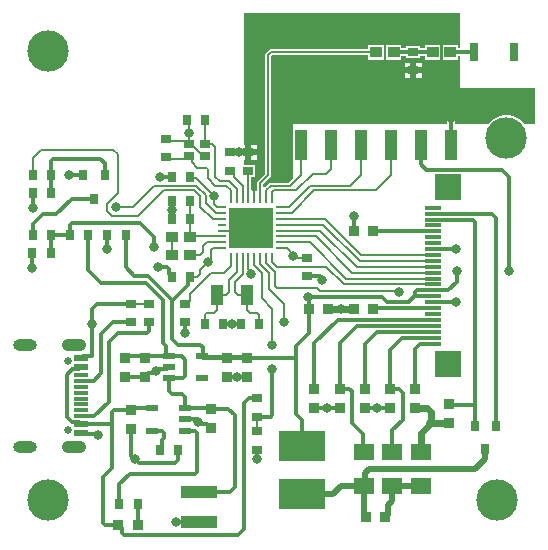
<source format=gtl>
G04*
G04 #@! TF.GenerationSoftware,Altium Limited,Altium Designer,22.6.1 (34)*
G04*
G04 Layer_Physical_Order=1*
G04 Layer_Color=255*
%FSLAX25Y25*%
%MOIN*%
G70*
G04*
G04 #@! TF.SameCoordinates,3CCE4902-C80F-44A4-85C5-196FD7956E2B*
G04*
G04*
G04 #@! TF.FilePolarity,Positive*
G04*
G01*
G75*
%ADD12C,0.00787*%
%ADD18R,0.02756X0.03543*%
%ADD19R,0.03543X0.02756*%
%ADD20R,0.03150X0.03543*%
%ADD21R,0.03937X0.09843*%
%ADD22R,0.03150X0.06299*%
%ADD23R,0.03937X0.03740*%
%ADD24R,0.04331X0.02362*%
%ADD25R,0.14961X0.13780*%
%ADD26O,0.02953X0.00984*%
%ADD27O,0.00984X0.02953*%
%ADD28R,0.03937X0.07087*%
%ADD29R,0.15748X0.09843*%
%ADD30R,0.03799X0.03543*%
%ADD31R,0.03543X0.03799*%
%ADD32R,0.03347X0.03740*%
%ADD33R,0.03347X0.02953*%
%ADD34R,0.04528X0.01181*%
%ADD35R,0.04528X0.02362*%
%ADD36R,0.12480X0.04016*%
%ADD37R,0.09055X0.09055*%
%ADD38R,0.05512X0.01181*%
%ADD39R,0.07087X0.05276*%
%ADD67C,0.01968*%
%ADD68C,0.01181*%
%ADD69C,0.01575*%
%ADD70C,0.02362*%
%ADD71C,0.13780*%
%ADD72C,0.02559*%
%ADD73O,0.08268X0.04134*%
%ADD74O,0.07874X0.03937*%
%ADD75C,0.03150*%
G36*
X62500Y75714D02*
X61901D01*
Y76970D01*
X56764D01*
Y72030D01*
X61901D01*
Y73286D01*
X62500D01*
Y62500D01*
X87670D01*
Y50500D01*
X84001D01*
X83818Y50774D01*
X82774Y51818D01*
X81548Y52637D01*
X80185Y53202D01*
X78738Y53490D01*
X77262D01*
X75815Y53202D01*
X74452Y52637D01*
X73226Y51818D01*
X72182Y50774D01*
X71999Y50500D01*
X60714D01*
Y52500D01*
X60622Y52965D01*
X60358Y53358D01*
X59965Y53622D01*
X59500Y53714D01*
X59035Y53622D01*
X58642Y53358D01*
X58378Y52965D01*
X58286Y52500D01*
Y50500D01*
X7000D01*
Y49021D01*
X6932D01*
Y37979D01*
X7000D01*
Y32433D01*
X5580Y31013D01*
X-500D01*
X-888Y30936D01*
X-1216Y30716D01*
X-2534Y29399D01*
X-3034Y29606D01*
Y30533D01*
X-784Y32784D01*
X-564Y33112D01*
X-487Y33500D01*
Y73080D01*
X-80Y73487D01*
X31979D01*
Y72030D01*
X37116D01*
Y76970D01*
X31979D01*
Y75513D01*
X-500D01*
X-888Y75436D01*
X-1216Y75216D01*
X-2216Y74216D01*
X-2436Y73888D01*
X-2513Y73500D01*
Y33920D01*
X-4764Y31669D01*
X-4983Y31341D01*
X-5060Y30953D01*
Y28559D01*
X-5560Y28245D01*
X-6016Y28336D01*
X-6471Y28245D01*
X-6971Y28559D01*
Y32912D01*
X-5628D01*
Y36868D01*
X-9500D01*
Y38551D01*
X-8984D01*
Y41110D01*
Y43669D01*
X-9500D01*
Y87670D01*
X62500D01*
Y75714D01*
D02*
G37*
%LPC*%
G36*
X55996Y76970D02*
X50859D01*
Y75714D01*
X49372D01*
Y76588D01*
X44628D01*
Y75714D01*
X43021D01*
Y76970D01*
X37884D01*
Y72030D01*
X43021D01*
Y73286D01*
X44628D01*
Y72632D01*
X49372D01*
Y73286D01*
X50859D01*
Y72030D01*
X55996D01*
Y76970D01*
D02*
G37*
G36*
X49953Y70949D02*
X47984D01*
Y69374D01*
X49953D01*
Y70949D01*
D02*
G37*
G36*
X46016D02*
X44047D01*
Y69374D01*
X46016D01*
Y70949D01*
D02*
G37*
G36*
X49953Y67405D02*
X47984D01*
Y65831D01*
X49953D01*
Y67405D01*
D02*
G37*
G36*
X46016D02*
X44047D01*
Y65831D01*
X46016D01*
Y67405D01*
D02*
G37*
G36*
X-5047Y43669D02*
X-7016D01*
Y42094D01*
X-5047D01*
Y43669D01*
D02*
G37*
G36*
Y40126D02*
X-7016D01*
Y38551D01*
X-5047D01*
Y40126D01*
D02*
G37*
%LPD*%
D12*
X-16646Y15016D02*
X-12315D01*
X-11331Y16000D01*
X-6016Y25646D02*
Y30484D01*
X-4047Y30953D02*
X-1500Y33500D01*
X-4047Y25646D02*
Y30953D01*
X-1500Y73500D02*
X-500Y74500D01*
X-1500Y33500D02*
Y73500D01*
X6000Y30000D02*
X9500Y33500D01*
X-500Y30000D02*
X6000D01*
X-2079Y28421D02*
X-500Y30000D01*
X13500Y34000D02*
X18000D01*
X8000Y28500D02*
X13500Y34000D01*
X500Y28500D02*
X8000D01*
X-110Y27890D02*
X500Y28500D01*
X26000Y30000D02*
X29500Y33500D01*
X12500Y30000D02*
X26000D01*
X5390Y22890D02*
X12500Y30000D01*
X-500Y74500D02*
X34547D01*
X-5000Y-51890D02*
Y-47110D01*
X0Y-23000D02*
Y-11000D01*
X-3500Y-7500D02*
X0Y-11000D01*
X-3500Y-7500D02*
Y1000D01*
X-6016Y3516D02*
X-3500Y1000D01*
X-6016Y3516D02*
Y6354D01*
X-1000Y-4500D02*
Y897D01*
X-4047Y3944D02*
X-1000Y897D01*
X-4047Y3944D02*
Y6354D01*
X1000Y-3539D02*
Y1288D01*
X-2079Y4367D02*
X1000Y1288D01*
X-2079Y4367D02*
Y6354D01*
X-102Y4587D02*
Y6346D01*
Y4587D02*
X1486Y3000D01*
X18000D01*
X-110Y6354D02*
X-102Y6346D01*
X-1000Y-4500D02*
X4000Y-9500D01*
Y-15500D02*
Y-9500D01*
X40779Y-5098D02*
X41902D01*
X16031Y-5031D02*
X40712D01*
X40779Y-5098D01*
X15000Y-4000D02*
X16031Y-5031D01*
X41902Y-5098D02*
X42354Y-5550D01*
X1461Y-4000D02*
X15000D01*
X1000Y-3539D02*
X1461Y-4000D01*
X-7984Y2124D02*
Y6354D01*
X-7000Y500D02*
Y1139D01*
X-7984Y2124D02*
X-7000Y1139D01*
X4890Y9110D02*
X8000Y6000D01*
X-27390Y32500D02*
X-25500D01*
X-55000Y21472D02*
X-53364Y19836D01*
X-44664D01*
X-55000Y21472D02*
Y24000D01*
X-44664Y19836D02*
X-36000Y28500D01*
X-55000Y24000D02*
X-51500Y27500D01*
X-46500Y23000D02*
X-39607Y29893D01*
X-52000Y23000D02*
X-46500D01*
X-79941Y33669D02*
Y39059D01*
X-77000Y42000D01*
X-53000D01*
X-51500Y40500D01*
Y27500D02*
Y40500D01*
X-36000Y28500D02*
X-26000D01*
X-24000Y26500D01*
Y23000D02*
Y26500D01*
Y23000D02*
X-19953Y18953D01*
X-16646D01*
X-39607Y29893D02*
X-25394D01*
X-22275Y26774D01*
X-34890Y45000D02*
X-28815D01*
X-35500Y45610D02*
X-34890Y45000D01*
X-28815D02*
X-27815Y44000D01*
Y47602D02*
Y51205D01*
X-22275Y24333D02*
X-18864Y20921D01*
X-22275Y24333D02*
Y26774D01*
X-18864Y20921D02*
X-16646D01*
X-14000Y41110D02*
X-8000D01*
X-21500Y4500D02*
X-20500Y5500D01*
X-24000Y2000D02*
X-21500Y4500D01*
X-24000Y500D02*
Y2000D01*
X-20500Y5500D02*
Y8500D01*
X-25000Y36000D02*
X-22000D01*
X-26718Y37718D02*
X-25000Y36000D01*
X-27815Y39866D02*
X-27801D01*
X-26718Y38783D01*
Y37718D02*
Y38783D01*
X-19500Y24000D02*
Y26500D01*
X-25500Y32500D02*
X-19500Y26500D01*
Y24000D02*
X-18406Y22906D01*
X-16661D02*
X-16646Y22890D01*
X-18406Y22906D02*
X-16661D01*
X-73890Y13500D02*
X-73721Y13669D01*
X39500Y33500D02*
Y43500D01*
X34500Y28500D02*
X39500Y33500D01*
X14000Y28500D02*
X34500D01*
X6421Y20921D02*
X14000Y28500D01*
X2646Y20921D02*
X6421D01*
X29500Y33500D02*
Y43500D01*
X2646Y22890D02*
X5390D01*
X19500Y35500D02*
Y43500D01*
X18000Y34000D02*
X19500Y35500D01*
X-110Y25646D02*
Y27890D01*
X9500Y33500D02*
Y43500D01*
X-2079Y25646D02*
Y28421D01*
X8000Y6000D02*
X11500D01*
X2646Y9110D02*
X4890D01*
X-47000Y-9390D02*
X-41000D01*
X-8579Y-11421D02*
Y-6500D01*
Y-11421D02*
X-7500Y-12500D01*
X-5000D01*
X-4390Y-16000D02*
Y-13110D01*
X-5000Y-12500D02*
X-4390Y-13110D01*
X-22610D02*
X-22000Y-12500D01*
X-22610Y-16000D02*
Y-13110D01*
X-22000Y-12500D02*
X-19500D01*
X-18421Y-11421D01*
Y-6500D01*
X-11500D02*
X-8579D01*
X-12500Y-5500D02*
X-11500Y-6500D01*
X-12500Y-5500D02*
Y-2000D01*
X-9953Y547D01*
Y6354D01*
X-18421Y-6500D02*
X-15500D01*
X-14500Y-5500D01*
Y-1500D01*
X-11921Y1079D01*
Y6354D01*
X-28606Y-9390D02*
X-27622Y-8405D01*
Y-6122D02*
X-20500Y1000D01*
X-29000Y-9390D02*
X-28606D01*
X-27622Y-8405D02*
Y-6122D01*
X-20500Y1000D02*
X-16000D01*
X-13890Y3110D01*
Y6354D01*
X-25000Y-500D02*
X-24000Y500D01*
X-27390Y-500D02*
X-25000D01*
X-20500Y8500D02*
X-19890Y9110D01*
X-16646D01*
X-33453Y7000D02*
Y13000D01*
X-33453Y13000D01*
X-27547Y7000D02*
X-24000D01*
X-23000Y8000D01*
Y10000D01*
X-21921Y11079D01*
X-16646D01*
X-27547Y13000D02*
Y24843D01*
X-27390Y25000D01*
X-27547Y13000D02*
X-27500Y13047D01*
X-16646D01*
X-27815Y44000D02*
Y47602D01*
X-28610Y52000D02*
X-27815Y51205D01*
X-24214Y40949D02*
X-23583D01*
X-26732Y42917D02*
X-26183D01*
X-24214Y40949D01*
X-27815Y44000D02*
X-26732Y42917D01*
X-23583Y40949D02*
X-22500Y39866D01*
Y44000D02*
Y51890D01*
X-22390Y52000D01*
X-28791Y38890D02*
X-27815Y39866D01*
X-35500Y38890D02*
X-28791D01*
X-22000Y36000D02*
X-21500Y35500D01*
Y32500D02*
Y35500D01*
Y32500D02*
X-19000Y30000D01*
X-15500D01*
X-13890Y28390D01*
Y25646D02*
Y28390D01*
X-17500Y31500D02*
X-14503D01*
X-11921Y28918D01*
Y25646D02*
Y28918D01*
X-19000Y33000D02*
X-17500Y31500D01*
X-13807Y34890D02*
X-12822Y33906D01*
X-14000Y34890D02*
X-13807D01*
X-12822Y32822D02*
Y33906D01*
Y32822D02*
X-9953Y29953D01*
X-20000Y44000D02*
X-19000Y43000D01*
X-22500Y44000D02*
X-20000D01*
X-19000Y33000D02*
Y43000D01*
X-9953Y25646D02*
Y29953D01*
X-7984Y25646D02*
Y34874D01*
X-8000Y34890D02*
X-7984Y34874D01*
X2646Y19000D02*
X17500D01*
X2646Y17000D02*
X17000D01*
X2646Y15000D02*
X16000D01*
X17500Y19000D02*
X29610Y6890D01*
X53500D01*
X17000Y17000D02*
X29079Y4921D01*
X53500D01*
X16000Y15000D02*
X28047Y2953D01*
X53500D01*
X14453Y13047D02*
X26516Y984D01*
X53500D01*
X2646Y13047D02*
X14453D01*
X24484Y-984D02*
X53500D01*
X2646Y11079D02*
X12421D01*
X24484Y-984D01*
X23953Y-2953D02*
X53500D01*
X18000Y3000D02*
X23953Y-2953D01*
D18*
X-79941Y13669D02*
D03*
X-73721D02*
D03*
X-79941Y33669D02*
D03*
X-73721D02*
D03*
X-79941Y27500D02*
D03*
X-73721D02*
D03*
X-67526Y13669D02*
D03*
X-61305D02*
D03*
X-80110Y7500D02*
D03*
X-73890D02*
D03*
X-28610Y52000D02*
D03*
X-22390D02*
D03*
X-10610Y-16000D02*
D03*
X-4390D02*
D03*
X-22610D02*
D03*
X-16390D02*
D03*
X-31390Y-58000D02*
D03*
X-37610D02*
D03*
X-44890Y-76000D02*
D03*
X-51110D02*
D03*
X-33610Y33000D02*
D03*
X-27390D02*
D03*
X-33610Y25000D02*
D03*
X-27390D02*
D03*
Y19000D02*
D03*
X-33610D02*
D03*
X-27390Y-500D02*
D03*
X-33610D02*
D03*
X-48890Y13669D02*
D03*
X-55110D02*
D03*
D19*
X47000Y74610D02*
D03*
Y68390D02*
D03*
X11500Y6000D02*
D03*
Y-221D02*
D03*
X-5000Y-47110D02*
D03*
Y-40890D02*
D03*
Y-58110D02*
D03*
Y-51890D02*
D03*
X-29000Y-9390D02*
D03*
Y-15610D02*
D03*
X-8000Y34890D02*
D03*
Y41110D02*
D03*
X-14000Y34890D02*
D03*
Y41110D02*
D03*
X-35500Y45610D02*
D03*
Y39390D02*
D03*
X-41000Y-15610D02*
D03*
Y-9390D02*
D03*
X-47000Y-15610D02*
D03*
Y-9390D02*
D03*
D20*
X-55957Y33437D02*
D03*
X-63043D02*
D03*
X-59500Y25563D02*
D03*
X71000Y-57937D02*
D03*
X74543Y-50063D02*
D03*
X67457D02*
D03*
D21*
X59500Y43500D02*
D03*
X49500D02*
D03*
X39500D02*
D03*
X29500D02*
D03*
X19500D02*
D03*
X9500D02*
D03*
D22*
X80693Y74500D02*
D03*
X67307D02*
D03*
D23*
X53427D02*
D03*
X59333D02*
D03*
X40453D02*
D03*
X34547D02*
D03*
X-33453Y13000D02*
D03*
X-27547D02*
D03*
X-27547Y7000D02*
D03*
X-33453D02*
D03*
D24*
X-34512Y-26800D02*
D03*
X-23488D02*
D03*
X-34512Y-30540D02*
D03*
Y-34280D02*
D03*
X-23488D02*
D03*
X-28988Y-51700D02*
D03*
X-40012D02*
D03*
X-28988Y-47960D02*
D03*
Y-44220D02*
D03*
X-40012D02*
D03*
D25*
X-7000Y16000D02*
D03*
D26*
X-16646Y9110D02*
D03*
Y11079D02*
D03*
Y13047D02*
D03*
Y15016D02*
D03*
Y16984D02*
D03*
Y18953D02*
D03*
Y20921D02*
D03*
Y22890D02*
D03*
X2646D02*
D03*
Y20921D02*
D03*
Y18953D02*
D03*
Y16984D02*
D03*
Y15016D02*
D03*
Y13047D02*
D03*
Y11079D02*
D03*
Y9110D02*
D03*
D27*
X-13890Y25646D02*
D03*
X-11921D02*
D03*
X-9953D02*
D03*
X-7984D02*
D03*
X-6016D02*
D03*
X-4047D02*
D03*
X-2079D02*
D03*
X-110D02*
D03*
Y6354D02*
D03*
X-2079D02*
D03*
X-4047D02*
D03*
X-6016D02*
D03*
X-7984D02*
D03*
X-9953D02*
D03*
X-11921D02*
D03*
X-13890D02*
D03*
D28*
X-18421Y-6500D02*
D03*
X-8579D02*
D03*
D29*
X10000Y-72874D02*
D03*
Y-56732D02*
D03*
D30*
X31350Y-80500D02*
D03*
X37650D02*
D03*
X27350Y15000D02*
D03*
X33650D02*
D03*
X27350Y-11000D02*
D03*
X33650D02*
D03*
X18650D02*
D03*
X12350D02*
D03*
D31*
X-42500Y-33650D02*
D03*
Y-27350D02*
D03*
X-49000Y-33650D02*
D03*
Y-27350D02*
D03*
X-15000Y-33650D02*
D03*
Y-27350D02*
D03*
X-8500Y-33650D02*
D03*
Y-27350D02*
D03*
X-20500Y-50650D02*
D03*
Y-44350D02*
D03*
X-47000Y-51150D02*
D03*
Y-44850D02*
D03*
X59000Y-42850D02*
D03*
Y-49150D02*
D03*
X47500Y-44000D02*
D03*
Y-37701D02*
D03*
X39125D02*
D03*
Y-44000D02*
D03*
X30750D02*
D03*
Y-37701D02*
D03*
X22375D02*
D03*
Y-44000D02*
D03*
X14000D02*
D03*
Y-37701D02*
D03*
D32*
X-51346Y-83000D02*
D03*
X-44653D02*
D03*
D33*
X-27815Y44000D02*
D03*
Y39866D02*
D03*
X-22500Y44000D02*
D03*
Y39866D02*
D03*
D34*
X-63779Y-33110D02*
D03*
Y-35079D02*
D03*
Y-37047D02*
D03*
Y-46890D02*
D03*
Y-44921D02*
D03*
Y-42953D02*
D03*
Y-39016D02*
D03*
Y-40984D02*
D03*
D35*
Y-49449D02*
D03*
Y-30551D02*
D03*
Y-52598D02*
D03*
Y-27402D02*
D03*
D36*
X-24500Y-72000D02*
D03*
Y-82000D02*
D03*
D37*
X58421Y-29626D02*
D03*
Y29626D02*
D03*
D38*
X53500Y-6890D02*
D03*
Y20669D02*
D03*
Y18701D02*
D03*
Y16732D02*
D03*
Y14764D02*
D03*
Y12795D02*
D03*
Y10827D02*
D03*
Y8858D02*
D03*
Y6890D02*
D03*
Y4921D02*
D03*
Y2953D02*
D03*
Y984D02*
D03*
Y-984D02*
D03*
Y-2953D02*
D03*
Y-4921D02*
D03*
Y-8858D02*
D03*
Y-10827D02*
D03*
Y-12795D02*
D03*
Y-14764D02*
D03*
Y-16732D02*
D03*
Y-18701D02*
D03*
Y-20669D02*
D03*
Y-22638D02*
D03*
Y22638D02*
D03*
D03*
D39*
X49500Y-58870D02*
D03*
Y-70130D02*
D03*
X40000D02*
D03*
Y-58870D02*
D03*
X30500D02*
D03*
Y-70130D02*
D03*
D67*
X67500Y-64500D02*
X70739Y-61261D01*
Y-58198D01*
X71000Y-57937D01*
X32153Y-64500D02*
X67500D01*
X31000Y-65653D02*
X32153Y-64500D01*
X31000Y-69630D02*
Y-65653D01*
X30500Y-70130D02*
X31000Y-69630D01*
X20126Y-72874D02*
X22870Y-70130D01*
X30500D01*
X10000Y-72874D02*
X20126D01*
X30500Y-79713D02*
X31287Y-80500D01*
X30500Y-79713D02*
Y-70130D01*
X31287Y-80500D02*
X31350D01*
X38565Y-76435D02*
X40000Y-75000D01*
Y-70130D01*
X37778Y-80500D02*
X38565Y-79713D01*
Y-76435D01*
X37650Y-80500D02*
X37778D01*
X40000Y-70130D02*
X49500D01*
D68*
X59333Y74500D02*
X67307D01*
X40453D02*
X53427D01*
X79000Y1500D02*
Y33000D01*
X51348Y35344D02*
X76656D01*
X79000Y33000D01*
X49500Y37192D02*
Y43500D01*
Y37192D02*
X51348Y35344D01*
X-5000Y-61000D02*
Y-58110D01*
X-32000Y-82000D02*
X-24500D01*
X-7890Y-40890D02*
X-5000D01*
X-9500Y-42500D02*
X-7890Y-40890D01*
X-9500Y-84500D02*
Y-42500D01*
X-11500Y-86500D02*
X-9500Y-84500D01*
X-49500Y-86500D02*
X-11500D01*
X-50264Y-85736D02*
X-49500Y-86500D01*
X-50264Y-85736D02*
Y-84083D01*
X-51346Y-83000D02*
X-50264Y-84083D01*
X0Y-46500D02*
Y-31000D01*
X-610Y-47110D02*
X0Y-46500D01*
X-5000Y-47110D02*
X-610D01*
X-53527Y-49500D02*
Y-45542D01*
X-52835Y-44850D01*
X-53527Y-64026D02*
Y-49500D01*
X-53578Y-49449D02*
X-53527Y-49500D01*
X-63779Y-49449D02*
X-53578D01*
X-63579Y-52799D02*
X-58201D01*
X-58000Y-53000D01*
X-63779Y-52598D02*
X-63579Y-52799D01*
X-66819Y-48900D02*
X-64329D01*
X-68500Y-47218D02*
Y-33000D01*
Y-47218D02*
X-66819Y-48900D01*
X-64329D02*
X-63779Y-49449D01*
X-68500Y-33000D02*
X-66642Y-31142D01*
X-64370D02*
X-63779Y-30551D01*
X-66642Y-31142D02*
X-64370D01*
X-60000Y-16000D02*
Y-11000D01*
Y-26710D02*
Y-16000D01*
X-63779Y-27402D02*
X-63189Y-26811D01*
X-60101D02*
X-60000Y-26710D01*
X-63189Y-26811D02*
X-60101D01*
X-63779Y-46890D02*
X-59390D01*
X-63779Y-35079D02*
X-59579D01*
X45473Y-8637D02*
X47221Y-6890D01*
X47610D01*
Y-5613D02*
X48302Y-4921D01*
X47610Y-6890D02*
Y-5613D01*
Y-6890D02*
X53500D01*
X38137Y-8637D02*
X45473D01*
X48302Y-4921D02*
X53500D01*
X36500Y-7000D02*
X38137Y-8637D01*
X12000Y-7000D02*
X36500D01*
X12000Y-7731D02*
X12351Y-8082D01*
X12000Y-7731D02*
Y-7000D01*
X12351Y-10999D02*
Y-8082D01*
X12350Y-11000D02*
X12351Y-10999D01*
X-28177Y33287D02*
X-27390Y32500D01*
X-23213Y-27075D02*
Y-23787D01*
X61500Y-2000D02*
Y1500D01*
X58579Y-4921D02*
X61500Y-2000D01*
X53500Y-4921D02*
X58579D01*
X-37979Y2979D02*
X-35089D01*
X-34398Y508D02*
Y2287D01*
Y508D02*
X-33500Y-390D01*
X-35089Y2979D02*
X-34398Y2287D01*
X-33610Y-500D02*
X-33500Y-390D01*
X8000Y-46000D02*
Y-23478D01*
X-67526Y16808D02*
X-66834Y17500D01*
X-44000D01*
X-67526Y13669D02*
Y16808D01*
X-39500Y9500D02*
Y13000D01*
X-44000Y17500D02*
X-39500Y13000D01*
X-37500Y33000D02*
X-33610D01*
X-60000Y-11000D02*
X-58390Y-9390D01*
X-58000Y-53000D02*
Y-52500D01*
X-59579Y-35079D02*
X-57000Y-32500D01*
Y-19500D01*
X-53110Y-15610D01*
X-47000D01*
X-51500Y-19000D02*
X-41692D01*
X-54500Y-22000D02*
X-51500Y-19000D01*
X-54500Y-42000D02*
Y-22000D01*
X-59390Y-46890D02*
X-54500Y-42000D01*
X-56500Y-67000D02*
X-53527Y-64026D01*
X-52835Y-44850D02*
X-47000D01*
X-76500Y20500D02*
X-72000D01*
X-66937Y25563D02*
X-59500D01*
X-72000Y20500D02*
X-66937Y25563D01*
X-29000Y-19000D02*
Y-15610D01*
X-33500Y-21000D02*
Y-8500D01*
Y-21000D02*
X-31500Y-23000D01*
X-24000D01*
X-35500Y-26209D02*
Y-23500D01*
X-36500Y-22500D02*
Y-8000D01*
Y-22500D02*
X-35500Y-23500D01*
X-48450Y-26800D02*
X-42500D01*
X-34512D01*
X-34909D02*
X-34512D01*
X-35500Y-26209D02*
X-34909Y-26800D01*
X-24000Y-23000D02*
X-23213Y-23787D01*
X-55110Y8819D02*
Y13669D01*
X-79941Y22650D02*
Y27500D01*
X-67894Y33437D02*
X-63043D01*
X-80110Y2650D02*
Y7500D01*
X-33610Y19000D02*
Y25000D01*
X-57500Y39000D02*
X-55957Y37457D01*
Y33437D02*
Y37457D01*
X-73000Y39000D02*
X-57500D01*
X-73721Y38280D02*
X-73000Y39000D01*
X-73721Y33669D02*
Y38280D01*
Y27500D02*
Y33669D01*
X-79941Y17059D02*
X-76500Y20500D01*
X-79941Y13669D02*
Y17059D01*
X-73721Y13669D02*
X-67526D01*
X-73890Y7500D02*
Y13500D01*
X59500Y43500D02*
Y52500D01*
X16500Y-1500D02*
Y-1000D01*
X15721Y-221D02*
X16500Y-1000D01*
X11500Y-221D02*
X15721D01*
X-39341Y-32341D02*
X-38131Y-31131D01*
X-35102D02*
X-34512Y-30540D01*
X-38131Y-31131D02*
X-35102D01*
X-41319Y-32341D02*
X-39341D01*
X-42500Y-33650D02*
Y-33522D01*
X-41319Y-32341D01*
X-49000Y-33650D02*
X-42500D01*
X-32500Y-62500D02*
X-31390Y-61390D01*
Y-58000D01*
X-44500Y-62500D02*
X-32500D01*
X-47000Y-60000D02*
X-44500Y-62500D01*
X-47000Y-60000D02*
Y-51150D01*
X-25000Y-65308D02*
Y-52392D01*
X-51110Y-69610D02*
X-47500Y-66000D01*
X-25692D02*
X-25000Y-65308D01*
X-47500Y-66000D02*
X-25692D01*
X-51110Y-76000D02*
Y-69610D01*
X-21681Y-49341D02*
X-20500Y-50522D01*
X-24160Y-49341D02*
X-21681D01*
X-20500Y-50650D02*
Y-50522D01*
X-25540Y-47960D02*
X-24160Y-49341D01*
X-28988Y-47960D02*
X-25540D01*
X-15000Y-33650D02*
X-8500D01*
X8000Y-23478D02*
X12350Y-19128D01*
X8000Y-46000D02*
X10000Y-48000D01*
Y-56732D02*
Y-48000D01*
X-8500Y-27350D02*
X7850D01*
X-41500Y0D02*
X-33500Y-8000D01*
Y-8500D02*
Y-8000D01*
X-46000Y0D02*
X-41500D01*
X-48890Y2890D02*
X-46000Y0D01*
X-48890Y2890D02*
Y13669D01*
X-57000Y-2500D02*
X-42000D01*
X-36500Y-8000D01*
X-33500Y-8500D02*
X-28177Y-3177D01*
Y-1287D01*
X-27390Y-500D01*
X-61305Y1805D02*
X-57000Y-2500D01*
X-61305Y1805D02*
Y13669D01*
X-58390Y-9390D02*
X-47000D01*
X-16390Y-16000D02*
X-10610D01*
X-30000Y-39500D02*
X-28988Y-40512D01*
Y-44220D02*
Y-40512D01*
X-33500Y-39500D02*
X-30000D01*
X-34512Y-38488D02*
X-33500Y-39500D01*
X-34512Y-38488D02*
Y-34280D01*
X-49000Y-27350D02*
X-48450Y-26800D01*
X-30200D02*
X-29000Y-28000D01*
X-34512Y-26800D02*
X-30200D01*
X-29000Y-33588D02*
Y-28000D01*
X-29692Y-34280D02*
X-29000Y-33588D01*
X-34512Y-34280D02*
X-29692D01*
X-14650Y-44350D02*
X-12500Y-46500D01*
X-20500Y-44350D02*
X-14650D01*
X-12500Y-70500D02*
Y-46500D01*
X-14000Y-72000D02*
X-12500Y-70500D01*
X-24500Y-72000D02*
X-14000D01*
X-44890Y-76000D02*
X-44772Y-76118D01*
Y-82882D02*
X-44653Y-83000D01*
X-44772Y-82882D02*
Y-76118D01*
X-56500Y-82308D02*
Y-67000D01*
X-55808Y-83000D02*
X-51346D01*
X-56500Y-82308D02*
X-55808Y-83000D01*
X-47000Y-44850D02*
X-46369Y-44220D01*
X-25692Y-51700D02*
X-25000Y-52392D01*
X-28988Y-51700D02*
X-25692D01*
X-20631Y-44220D02*
X-20500Y-44350D01*
X-28988Y-44220D02*
X-20631D01*
X-37610Y-58000D02*
X-36823Y-57213D01*
Y-54823D01*
X-36000Y-54000D01*
Y-52392D01*
X-40012Y-51700D02*
X-36692D01*
X-36000Y-52392D01*
X-46369Y-44220D02*
X-40012D01*
X27350Y15000D02*
Y19850D01*
X53500Y8858D02*
X61142D01*
X53500Y-8858D02*
X61142D01*
X-47591Y-16202D02*
X-47000Y-15610D01*
X-41692Y-19000D02*
X-41000Y-18308D01*
Y-15610D01*
X33650Y15000D02*
X33886Y14764D01*
X53500D01*
X67457Y-50063D02*
Y-43043D01*
X59193D02*
X67457D01*
X59000Y-42850D02*
X59193Y-43043D01*
X67457D02*
Y18009D01*
X53500Y18701D02*
X66765D01*
X67457Y18009D01*
X74543Y-50063D02*
Y19265D01*
X73139Y20669D02*
X74543Y19265D01*
X53500Y20669D02*
X73139D01*
X12350Y-19128D02*
Y-11000D01*
X33650D02*
X33823Y-10827D01*
X53500D01*
X30750Y-44000D02*
X39125D01*
X14000D02*
X22375D01*
X26500Y-49000D02*
Y-38500D01*
X30152Y-58523D02*
Y-52653D01*
X26500Y-49000D02*
X30152Y-52653D01*
Y-58523D02*
X30500Y-58870D01*
X40000D02*
Y-51500D01*
X43500Y-48000D01*
Y-39000D01*
X42201Y-37701D02*
X43500Y-39000D01*
X39125Y-37701D02*
X42201D01*
X25701D02*
X26500Y-38500D01*
X22375Y-37701D02*
X25701D01*
X14000Y-22500D02*
X21736Y-14764D01*
X14000Y-37701D02*
Y-22500D01*
X21736Y-14764D02*
X53500D01*
X22375Y-22625D02*
X28268Y-16732D01*
X22375Y-37701D02*
Y-22625D01*
X28268Y-16732D02*
X53500D01*
X30750Y-22750D02*
X34799Y-18701D01*
X30750Y-37701D02*
Y-22750D01*
X34799Y-18701D02*
X53500D01*
X39125Y-24875D02*
X43331Y-20669D01*
X39125Y-37701D02*
Y-24875D01*
X43331Y-20669D02*
X53500D01*
X47500Y-37701D02*
Y-24500D01*
X49362Y-22638D01*
X53500D01*
D69*
X-23213Y-27075D02*
X-8775D01*
X-8500Y-27350D01*
D70*
X18650Y-11000D02*
X27350D01*
X51467Y-44000D02*
X52850Y-45384D01*
Y-49150D02*
Y-45384D01*
X47500Y-44000D02*
X51467D01*
X49500Y-52500D02*
X52850Y-49150D01*
X59000D01*
X49500Y-58870D02*
Y-52500D01*
D71*
X78000Y46000D02*
D03*
X74803Y-74803D02*
D03*
X-74803D02*
D03*
Y74803D02*
D03*
D72*
X-68012Y-28622D02*
D03*
Y-51378D02*
D03*
D73*
X-66043Y-57008D02*
D03*
Y-22992D02*
D03*
D74*
X-82500Y-57008D02*
D03*
Y-22992D02*
D03*
D75*
X-2669Y20331D02*
D03*
Y16000D02*
D03*
Y11669D02*
D03*
X-7000Y20331D02*
D03*
Y16000D02*
D03*
Y11669D02*
D03*
X-11331Y20331D02*
D03*
Y16000D02*
D03*
Y11669D02*
D03*
X71750Y55000D02*
D03*
X83500D02*
D03*
X30375Y83500D02*
D03*
X20750D02*
D03*
X11125D02*
D03*
X1500D02*
D03*
X-4500D02*
D03*
X49625Y63250D02*
D03*
X40000D02*
D03*
X49500Y55000D02*
D03*
X39875D02*
D03*
X11000D02*
D03*
X20625D02*
D03*
X30250D02*
D03*
X11125Y63250D02*
D03*
X20750D02*
D03*
X30375D02*
D03*
X-4500Y77500D02*
D03*
X83500Y60750D02*
D03*
X71750D02*
D03*
X60000D02*
D03*
X1500Y77500D02*
D03*
X11125D02*
D03*
X20750D02*
D03*
X30375D02*
D03*
X40125Y80000D02*
D03*
X52625D02*
D03*
X60000D02*
D03*
Y69000D02*
D03*
X52625D02*
D03*
X40125D02*
D03*
X30375Y71500D02*
D03*
X20750D02*
D03*
X11125D02*
D03*
X-4500Y52250D02*
D03*
Y61875D02*
D03*
Y71500D02*
D03*
X1500D02*
D03*
Y61875D02*
D03*
Y52250D02*
D03*
Y42625D02*
D03*
Y33000D02*
D03*
X-5000Y-61000D02*
D03*
X-32000Y-82000D02*
D03*
X0Y-31000D02*
D03*
Y-23000D02*
D03*
X42354Y-5550D02*
D03*
X12000Y-7000D02*
D03*
X4000Y-15500D02*
D03*
X-7000Y500D02*
D03*
X-39500Y9500D02*
D03*
X79000Y1500D02*
D03*
X61500D02*
D03*
X-13500Y-16000D02*
D03*
X-38000Y3000D02*
D03*
X-52000Y23000D02*
D03*
X-37500Y33000D02*
D03*
X-60000Y-16000D02*
D03*
X-58000Y-53000D02*
D03*
X-27815Y47602D02*
D03*
X-11000Y41110D02*
D03*
X-19500Y26500D02*
D03*
X-21500Y4500D02*
D03*
X-45750Y-61250D02*
D03*
X-24850Y-48650D02*
D03*
X-11750Y-33650D02*
D03*
X-38736Y-31736D02*
D03*
X-29000Y-19000D02*
D03*
X-55110Y8819D02*
D03*
X-79941Y22650D02*
D03*
X-67894Y33437D02*
D03*
X-80110Y2650D02*
D03*
X-33610Y22000D02*
D03*
X59500Y52500D02*
D03*
X16500Y-1500D02*
D03*
X7000Y6500D02*
D03*
X27350Y19850D02*
D03*
X61142Y8858D02*
D03*
Y-8858D02*
D03*
X23000Y-11000D02*
D03*
X52850Y-49150D02*
D03*
X34938Y-44000D02*
D03*
X18188D02*
D03*
M02*

</source>
